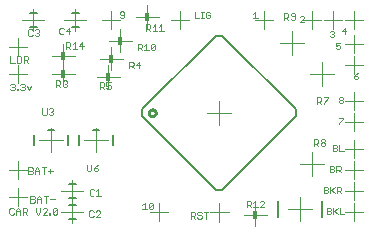
<source format=gto>
G75*
%MOIN*%
%OFA0B0*%
%FSLAX25Y25*%
%IPPOS*%
%LPD*%
%AMOC8*
5,1,8,0,0,1.08239X$1,22.5*
%
%ADD10C,0.00200*%
%ADD11R,0.01800X0.03000*%
%ADD12C,0.00000*%
%ADD13C,0.00600*%
%ADD14C,0.00800*%
%ADD15C,0.01000*%
D10*
X0004916Y0007600D02*
X0005650Y0007600D01*
X0006017Y0007967D01*
X0006759Y0007600D02*
X0006759Y0009068D01*
X0007493Y0009802D01*
X0008227Y0009068D01*
X0008227Y0007600D01*
X0008969Y0007600D02*
X0008969Y0009802D01*
X0010070Y0009802D01*
X0010436Y0009435D01*
X0010436Y0008701D01*
X0010070Y0008334D01*
X0008969Y0008334D01*
X0009703Y0008334D02*
X0010436Y0007600D01*
X0008227Y0008701D02*
X0006759Y0008701D01*
X0006017Y0009435D02*
X0005650Y0009802D01*
X0004916Y0009802D01*
X0004549Y0009435D01*
X0004549Y0007967D01*
X0004916Y0007600D01*
X0011549Y0011600D02*
X0012650Y0011600D01*
X0013017Y0011967D01*
X0013017Y0012334D01*
X0012650Y0012701D01*
X0011549Y0012701D01*
X0012650Y0012701D02*
X0013017Y0013068D01*
X0013017Y0013435D01*
X0012650Y0013802D01*
X0011549Y0013802D01*
X0011549Y0011600D01*
X0013759Y0011600D02*
X0013759Y0013068D01*
X0014493Y0013802D01*
X0015227Y0013068D01*
X0015227Y0011600D01*
X0015227Y0012701D02*
X0013759Y0012701D01*
X0015969Y0013802D02*
X0017436Y0013802D01*
X0016703Y0013802D02*
X0016703Y0011600D01*
X0016699Y0009802D02*
X0015965Y0009802D01*
X0015598Y0009435D01*
X0014856Y0009802D02*
X0014856Y0008334D01*
X0014122Y0007600D01*
X0013388Y0008334D01*
X0013388Y0009802D01*
X0015598Y0007600D02*
X0017066Y0009068D01*
X0017066Y0009435D01*
X0016699Y0009802D01*
X0017808Y0007967D02*
X0018175Y0007967D01*
X0018175Y0007600D01*
X0017808Y0007600D01*
X0017808Y0007967D01*
X0017066Y0007600D02*
X0015598Y0007600D01*
X0018913Y0007967D02*
X0020381Y0009435D01*
X0020381Y0007967D01*
X0020014Y0007600D01*
X0019280Y0007600D01*
X0018913Y0007967D01*
X0018913Y0009435D01*
X0019280Y0009802D01*
X0020014Y0009802D01*
X0020381Y0009435D01*
X0019646Y0012701D02*
X0018178Y0012701D01*
X0015977Y0021079D02*
X0015977Y0023281D01*
X0015243Y0023281D02*
X0016711Y0023281D01*
X0017453Y0022180D02*
X0018921Y0022180D01*
X0018187Y0022914D02*
X0018187Y0021446D01*
X0014501Y0021079D02*
X0014501Y0022547D01*
X0013767Y0023281D01*
X0013033Y0022547D01*
X0013033Y0021079D01*
X0012291Y0021446D02*
X0011924Y0021079D01*
X0010823Y0021079D01*
X0010823Y0023281D01*
X0011924Y0023281D01*
X0012291Y0022914D01*
X0012291Y0022547D01*
X0011924Y0022180D01*
X0010823Y0022180D01*
X0011924Y0022180D02*
X0012291Y0021813D01*
X0012291Y0021446D01*
X0013033Y0022180D02*
X0014501Y0022180D01*
X0030359Y0022379D02*
X0030726Y0022012D01*
X0031460Y0022012D01*
X0031827Y0022379D01*
X0031827Y0024214D01*
X0032569Y0023113D02*
X0033670Y0023113D01*
X0034037Y0022746D01*
X0034037Y0022379D01*
X0033670Y0022012D01*
X0032936Y0022012D01*
X0032569Y0022379D01*
X0032569Y0023113D01*
X0033303Y0023847D01*
X0034037Y0024214D01*
X0030359Y0024214D02*
X0030359Y0022379D01*
X0031616Y0016080D02*
X0031249Y0015713D01*
X0031249Y0014245D01*
X0031616Y0013878D01*
X0032350Y0013878D01*
X0032717Y0014245D01*
X0033459Y0013878D02*
X0034927Y0013878D01*
X0034193Y0013878D02*
X0034193Y0016080D01*
X0033459Y0015346D01*
X0032717Y0015713D02*
X0032350Y0016080D01*
X0031616Y0016080D01*
X0031489Y0008962D02*
X0031122Y0008595D01*
X0031122Y0007128D01*
X0031489Y0006761D01*
X0032223Y0006761D01*
X0032590Y0007128D01*
X0033332Y0006761D02*
X0034800Y0008228D01*
X0034800Y0008595D01*
X0034433Y0008962D01*
X0033699Y0008962D01*
X0033332Y0008595D01*
X0032590Y0008595D02*
X0032223Y0008962D01*
X0031489Y0008962D01*
X0033332Y0006761D02*
X0034800Y0006761D01*
X0048843Y0009379D02*
X0050311Y0009379D01*
X0049577Y0009379D02*
X0049577Y0011581D01*
X0048843Y0010847D01*
X0051053Y0011214D02*
X0051420Y0011581D01*
X0052154Y0011581D01*
X0052521Y0011214D01*
X0051053Y0009746D01*
X0051420Y0009379D01*
X0052154Y0009379D01*
X0052521Y0009746D01*
X0052521Y0011214D01*
X0051053Y0011214D02*
X0051053Y0009746D01*
X0064932Y0008454D02*
X0064932Y0006252D01*
X0064932Y0006986D02*
X0066033Y0006986D01*
X0066400Y0007353D01*
X0066400Y0008087D01*
X0066033Y0008454D01*
X0064932Y0008454D01*
X0065666Y0006986D02*
X0066400Y0006252D01*
X0067142Y0006619D02*
X0067509Y0006252D01*
X0068243Y0006252D01*
X0068610Y0006619D01*
X0068610Y0006986D01*
X0068243Y0007353D01*
X0067509Y0007353D01*
X0067142Y0007720D01*
X0067142Y0008087D01*
X0067509Y0008454D01*
X0068243Y0008454D01*
X0068610Y0008087D01*
X0069352Y0008454D02*
X0070820Y0008454D01*
X0070086Y0008454D02*
X0070086Y0006252D01*
X0083592Y0010065D02*
X0083592Y0012267D01*
X0084693Y0012267D01*
X0085060Y0011900D01*
X0085060Y0011166D01*
X0084693Y0010799D01*
X0083592Y0010799D01*
X0084326Y0010799D02*
X0085060Y0010065D01*
X0085802Y0010065D02*
X0087270Y0010065D01*
X0086536Y0010065D02*
X0086536Y0012267D01*
X0085802Y0011533D01*
X0088012Y0011900D02*
X0088379Y0012267D01*
X0089113Y0012267D01*
X0089480Y0011900D01*
X0089480Y0011533D01*
X0088012Y0010065D01*
X0089480Y0010065D01*
X0109284Y0014621D02*
X0110385Y0014621D01*
X0110752Y0014988D01*
X0110752Y0015355D01*
X0110385Y0015722D01*
X0109284Y0015722D01*
X0109284Y0014621D02*
X0109284Y0016823D01*
X0110385Y0016823D01*
X0110752Y0016456D01*
X0110752Y0016089D01*
X0110385Y0015722D01*
X0111494Y0015355D02*
X0112962Y0016823D01*
X0113704Y0016823D02*
X0113704Y0014621D01*
X0113704Y0015355D02*
X0114805Y0015355D01*
X0115172Y0015722D01*
X0115172Y0016456D01*
X0114805Y0016823D01*
X0113704Y0016823D01*
X0114438Y0015355D02*
X0115172Y0014621D01*
X0112962Y0014621D02*
X0111861Y0015722D01*
X0111494Y0016823D02*
X0111494Y0014621D01*
X0111385Y0009823D02*
X0111752Y0009456D01*
X0111752Y0009089D01*
X0111385Y0008722D01*
X0110284Y0008722D01*
X0110284Y0007621D02*
X0111385Y0007621D01*
X0111752Y0007988D01*
X0111752Y0008355D01*
X0111385Y0008722D01*
X0111385Y0009823D02*
X0110284Y0009823D01*
X0110284Y0007621D01*
X0112494Y0007621D02*
X0112494Y0009823D01*
X0112861Y0008722D02*
X0113962Y0007621D01*
X0114704Y0007621D02*
X0116172Y0007621D01*
X0114704Y0007621D02*
X0114704Y0009823D01*
X0113962Y0009823D02*
X0112494Y0008355D01*
X0112385Y0021621D02*
X0111284Y0021621D01*
X0111284Y0023823D01*
X0112385Y0023823D01*
X0112752Y0023456D01*
X0112752Y0023089D01*
X0112385Y0022722D01*
X0111284Y0022722D01*
X0112385Y0022722D02*
X0112752Y0022355D01*
X0112752Y0021988D01*
X0112385Y0021621D01*
X0113494Y0021621D02*
X0113494Y0023823D01*
X0114595Y0023823D01*
X0114962Y0023456D01*
X0114962Y0022722D01*
X0114595Y0022355D01*
X0113494Y0022355D01*
X0114228Y0022355D02*
X0114962Y0021621D01*
X0114494Y0028621D02*
X0115962Y0028621D01*
X0114494Y0028621D02*
X0114494Y0030823D01*
X0113752Y0030456D02*
X0113752Y0030089D01*
X0113385Y0029722D01*
X0112284Y0029722D01*
X0112284Y0028621D02*
X0112284Y0030823D01*
X0113385Y0030823D01*
X0113752Y0030456D01*
X0113385Y0029722D02*
X0113752Y0029355D01*
X0113752Y0028988D01*
X0113385Y0028621D01*
X0112284Y0028621D01*
X0109740Y0030897D02*
X0109373Y0030530D01*
X0108640Y0030530D01*
X0108273Y0030897D01*
X0108273Y0031264D01*
X0108640Y0031631D01*
X0109373Y0031631D01*
X0109740Y0031264D01*
X0109740Y0030897D01*
X0109373Y0031631D02*
X0109740Y0031998D01*
X0109740Y0032365D01*
X0109373Y0032732D01*
X0108640Y0032732D01*
X0108273Y0032365D01*
X0108273Y0031998D01*
X0108640Y0031631D01*
X0107531Y0031631D02*
X0107164Y0031264D01*
X0106063Y0031264D01*
X0106797Y0031264D02*
X0107531Y0030530D01*
X0107531Y0031631D02*
X0107531Y0032365D01*
X0107164Y0032732D01*
X0106063Y0032732D01*
X0106063Y0030530D01*
X0114284Y0037621D02*
X0114284Y0037988D01*
X0115752Y0039456D01*
X0115752Y0039823D01*
X0114284Y0039823D01*
X0114651Y0044621D02*
X0114284Y0044988D01*
X0114284Y0045355D01*
X0114651Y0045722D01*
X0115385Y0045722D01*
X0115752Y0045355D01*
X0115752Y0044988D01*
X0115385Y0044621D01*
X0114651Y0044621D01*
X0114651Y0045722D02*
X0114284Y0046089D01*
X0114284Y0046456D01*
X0114651Y0046823D01*
X0115385Y0046823D01*
X0115752Y0046456D01*
X0115752Y0046089D01*
X0115385Y0045722D01*
X0110740Y0046365D02*
X0109273Y0044897D01*
X0109273Y0044530D01*
X0108531Y0044530D02*
X0107797Y0045264D01*
X0108164Y0045264D02*
X0107063Y0045264D01*
X0107063Y0044530D02*
X0107063Y0046732D01*
X0108164Y0046732D01*
X0108531Y0046365D01*
X0108531Y0045631D01*
X0108164Y0045264D01*
X0109273Y0046732D02*
X0110740Y0046732D01*
X0110740Y0046365D01*
X0119284Y0052988D02*
X0119651Y0052621D01*
X0120385Y0052621D01*
X0120752Y0052988D01*
X0120752Y0053355D01*
X0120385Y0053722D01*
X0119284Y0053722D01*
X0119284Y0052988D01*
X0119284Y0053722D02*
X0120018Y0054456D01*
X0120752Y0054823D01*
X0114385Y0062621D02*
X0113651Y0062621D01*
X0113284Y0062988D01*
X0113284Y0063722D02*
X0114018Y0064089D01*
X0114385Y0064089D01*
X0114752Y0063722D01*
X0114752Y0062988D01*
X0114385Y0062621D01*
X0113284Y0063722D02*
X0113284Y0064823D01*
X0114752Y0064823D01*
X0112752Y0066988D02*
X0112752Y0067355D01*
X0112385Y0067722D01*
X0112018Y0067722D01*
X0112385Y0067722D02*
X0112752Y0068089D01*
X0112752Y0068456D01*
X0112385Y0068823D01*
X0111651Y0068823D01*
X0111284Y0068456D01*
X0111284Y0066988D02*
X0111651Y0066621D01*
X0112385Y0066621D01*
X0112752Y0066988D01*
X0115284Y0068722D02*
X0116752Y0068722D01*
X0116385Y0067621D02*
X0116385Y0069823D01*
X0115284Y0068722D01*
X0102752Y0071621D02*
X0101284Y0071621D01*
X0102752Y0073089D01*
X0102752Y0073456D01*
X0102385Y0073823D01*
X0101651Y0073823D01*
X0101284Y0073456D01*
X0099740Y0073631D02*
X0098640Y0073631D01*
X0098273Y0073998D01*
X0098273Y0074365D01*
X0098640Y0074732D01*
X0099373Y0074732D01*
X0099740Y0074365D01*
X0099740Y0072897D01*
X0099373Y0072530D01*
X0098640Y0072530D01*
X0098273Y0072897D01*
X0097531Y0072530D02*
X0096797Y0073264D01*
X0097164Y0073264D02*
X0096063Y0073264D01*
X0096063Y0072530D02*
X0096063Y0074732D01*
X0097164Y0074732D01*
X0097531Y0074365D01*
X0097531Y0073631D01*
X0097164Y0073264D01*
X0087265Y0072976D02*
X0085797Y0072976D01*
X0086531Y0072976D02*
X0086531Y0075178D01*
X0085797Y0074444D01*
X0071465Y0074811D02*
X0071098Y0075178D01*
X0070364Y0075178D01*
X0069997Y0074811D01*
X0069997Y0073343D01*
X0070364Y0072976D01*
X0071098Y0072976D01*
X0071465Y0073343D01*
X0071465Y0074077D01*
X0070731Y0074077D01*
X0069257Y0075178D02*
X0068523Y0075178D01*
X0068890Y0075178D02*
X0068890Y0072976D01*
X0068523Y0072976D02*
X0069257Y0072976D01*
X0067781Y0072976D02*
X0066314Y0072976D01*
X0066314Y0075178D01*
X0055205Y0070984D02*
X0055205Y0068782D01*
X0054471Y0068782D02*
X0055939Y0068782D01*
X0054471Y0070250D02*
X0055205Y0070984D01*
X0052995Y0070984D02*
X0052995Y0068782D01*
X0052262Y0068782D02*
X0053729Y0068782D01*
X0052262Y0070250D02*
X0052995Y0070984D01*
X0051520Y0070617D02*
X0051520Y0069883D01*
X0051153Y0069516D01*
X0050052Y0069516D01*
X0050786Y0069516D02*
X0051520Y0068782D01*
X0050052Y0068782D02*
X0050052Y0070984D01*
X0051153Y0070984D01*
X0051520Y0070617D01*
X0052043Y0064502D02*
X0052777Y0064502D01*
X0053144Y0064135D01*
X0051676Y0062667D01*
X0052043Y0062300D01*
X0052777Y0062300D01*
X0053144Y0062667D01*
X0053144Y0064135D01*
X0052043Y0064502D02*
X0051676Y0064135D01*
X0051676Y0062667D01*
X0050934Y0062300D02*
X0049467Y0062300D01*
X0050200Y0062300D02*
X0050200Y0064502D01*
X0049467Y0063768D01*
X0048725Y0063401D02*
X0048358Y0063034D01*
X0047257Y0063034D01*
X0047991Y0063034D02*
X0048725Y0062300D01*
X0048725Y0063401D02*
X0048725Y0064135D01*
X0048358Y0064502D01*
X0047257Y0064502D01*
X0047257Y0062300D01*
X0047772Y0058529D02*
X0046671Y0057428D01*
X0048139Y0057428D01*
X0047772Y0056327D02*
X0047772Y0058529D01*
X0045930Y0058162D02*
X0045930Y0057428D01*
X0045563Y0057061D01*
X0044462Y0057061D01*
X0045196Y0057061D02*
X0045930Y0056327D01*
X0044462Y0056327D02*
X0044462Y0058529D01*
X0045563Y0058529D01*
X0045930Y0058162D01*
X0038357Y0051666D02*
X0036889Y0051666D01*
X0036889Y0050565D01*
X0037623Y0050932D01*
X0037990Y0050932D01*
X0038357Y0050565D01*
X0038357Y0049831D01*
X0037990Y0049464D01*
X0037256Y0049464D01*
X0036889Y0049831D01*
X0036147Y0049464D02*
X0035413Y0050198D01*
X0035780Y0050198D02*
X0034679Y0050198D01*
X0034679Y0049464D02*
X0034679Y0051666D01*
X0035780Y0051666D01*
X0036147Y0051299D01*
X0036147Y0050565D01*
X0035780Y0050198D01*
X0023747Y0050466D02*
X0023380Y0050099D01*
X0022646Y0050099D01*
X0022279Y0050466D01*
X0021537Y0050099D02*
X0020803Y0050833D01*
X0021170Y0050833D02*
X0020069Y0050833D01*
X0020069Y0050099D02*
X0020069Y0052301D01*
X0021170Y0052301D01*
X0021537Y0051934D01*
X0021537Y0051200D01*
X0021170Y0050833D01*
X0022279Y0051934D02*
X0022646Y0052301D01*
X0023380Y0052301D01*
X0023747Y0051934D01*
X0023747Y0051567D01*
X0023380Y0051200D01*
X0023747Y0050833D01*
X0023747Y0050466D01*
X0023380Y0051200D02*
X0023013Y0051200D01*
X0018806Y0043023D02*
X0019173Y0042656D01*
X0019173Y0042289D01*
X0018806Y0041922D01*
X0019173Y0041555D01*
X0019173Y0041188D01*
X0018806Y0040821D01*
X0018072Y0040821D01*
X0017705Y0041188D01*
X0016963Y0041188D02*
X0016963Y0043023D01*
X0017705Y0042656D02*
X0018072Y0043023D01*
X0018806Y0043023D01*
X0018806Y0041922D02*
X0018439Y0041922D01*
X0016963Y0041188D02*
X0016596Y0040821D01*
X0015862Y0040821D01*
X0015495Y0041188D01*
X0015495Y0043023D01*
X0011082Y0048955D02*
X0011816Y0050423D01*
X0010348Y0050423D02*
X0011082Y0048955D01*
X0009606Y0049322D02*
X0009239Y0048955D01*
X0008505Y0048955D01*
X0008138Y0049322D01*
X0007400Y0049322D02*
X0007400Y0048955D01*
X0007033Y0048955D01*
X0007033Y0049322D01*
X0007400Y0049322D01*
X0006291Y0049322D02*
X0005924Y0048955D01*
X0005190Y0048955D01*
X0004823Y0049322D01*
X0005557Y0050056D02*
X0005924Y0050056D01*
X0006291Y0049689D01*
X0006291Y0049322D01*
X0005924Y0050056D02*
X0006291Y0050423D01*
X0006291Y0050790D01*
X0005924Y0051157D01*
X0005190Y0051157D01*
X0004823Y0050790D01*
X0008138Y0050790D02*
X0008505Y0051157D01*
X0009239Y0051157D01*
X0009606Y0050790D01*
X0009606Y0050423D01*
X0009239Y0050056D01*
X0009606Y0049689D01*
X0009606Y0049322D01*
X0009239Y0050056D02*
X0008872Y0050056D01*
X0009243Y0058233D02*
X0009243Y0060435D01*
X0010344Y0060435D01*
X0010711Y0060068D01*
X0010711Y0059334D01*
X0010344Y0058967D01*
X0009243Y0058967D01*
X0009977Y0058967D02*
X0010711Y0058233D01*
X0008501Y0058600D02*
X0008501Y0060068D01*
X0008134Y0060435D01*
X0007033Y0060435D01*
X0007033Y0058233D01*
X0008134Y0058233D01*
X0008501Y0058600D01*
X0006291Y0058233D02*
X0004823Y0058233D01*
X0004823Y0060435D01*
X0011161Y0067130D02*
X0011895Y0067130D01*
X0012262Y0067497D01*
X0013004Y0067497D02*
X0013371Y0067130D01*
X0014105Y0067130D01*
X0014472Y0067497D01*
X0014472Y0067864D01*
X0014105Y0068231D01*
X0013738Y0068231D01*
X0014105Y0068231D02*
X0014472Y0068598D01*
X0014472Y0068965D01*
X0014105Y0069332D01*
X0013371Y0069332D01*
X0013004Y0068965D01*
X0012262Y0068965D02*
X0011895Y0069332D01*
X0011161Y0069332D01*
X0010794Y0068965D01*
X0010794Y0067497D01*
X0011161Y0067130D01*
X0021212Y0068005D02*
X0021579Y0067638D01*
X0022313Y0067638D01*
X0022680Y0068005D01*
X0023422Y0068739D02*
X0024890Y0068739D01*
X0024523Y0067638D02*
X0024523Y0069840D01*
X0023422Y0068739D01*
X0022680Y0069473D02*
X0022313Y0069840D01*
X0021579Y0069840D01*
X0021212Y0069473D01*
X0021212Y0068005D01*
X0023372Y0065010D02*
X0024473Y0065010D01*
X0024840Y0064643D01*
X0024840Y0063909D01*
X0024473Y0063543D01*
X0023372Y0063543D01*
X0024106Y0063543D02*
X0024840Y0062809D01*
X0025582Y0062809D02*
X0027050Y0062809D01*
X0026316Y0062809D02*
X0026316Y0065010D01*
X0025582Y0064276D01*
X0027792Y0063909D02*
X0029260Y0063909D01*
X0028893Y0062809D02*
X0028893Y0065010D01*
X0027792Y0063909D01*
X0023372Y0062809D02*
X0023372Y0065010D01*
X0041285Y0073470D02*
X0041652Y0073103D01*
X0042386Y0073103D01*
X0042753Y0073470D01*
X0042753Y0074938D01*
X0042386Y0075305D01*
X0041652Y0075305D01*
X0041285Y0074938D01*
X0041285Y0074571D01*
X0041652Y0074204D01*
X0042753Y0074204D01*
D11*
X0050449Y0073500D03*
X0041449Y0065500D03*
X0038449Y0059500D03*
X0037449Y0053500D03*
X0022449Y0054500D03*
X0022449Y0060500D03*
X0086449Y0007500D03*
D12*
X0082571Y0007500D02*
X0090327Y0007500D01*
X0086449Y0003622D02*
X0086449Y0011378D01*
X0097449Y0009500D02*
X0105449Y0009500D01*
X0101449Y0005500D02*
X0101449Y0013500D01*
X0105449Y0020500D02*
X0105449Y0028500D01*
X0101449Y0024500D02*
X0109449Y0024500D01*
X0116355Y0022500D02*
X0122543Y0022500D01*
X0119449Y0019406D02*
X0119449Y0025594D01*
X0119449Y0026406D02*
X0119449Y0032594D01*
X0119449Y0035406D02*
X0119449Y0041594D01*
X0119449Y0042406D02*
X0119449Y0048594D01*
X0116355Y0045500D02*
X0122543Y0045500D01*
X0122543Y0038500D02*
X0116355Y0038500D01*
X0116355Y0029500D02*
X0122543Y0029500D01*
X0119449Y0018594D02*
X0119449Y0012406D01*
X0119449Y0011594D02*
X0119449Y0005406D01*
X0116355Y0008500D02*
X0122543Y0008500D01*
X0122543Y0015500D02*
X0116355Y0015500D01*
X0078449Y0041500D02*
X0070449Y0041500D01*
X0074449Y0037500D02*
X0074449Y0045500D01*
X0094703Y0064881D02*
X0102703Y0064881D01*
X0105449Y0069406D02*
X0105449Y0075594D01*
X0102355Y0072500D02*
X0108543Y0072500D01*
X0109355Y0072500D02*
X0115543Y0072500D01*
X0116355Y0072500D02*
X0122543Y0072500D01*
X0119449Y0069406D02*
X0119449Y0075594D01*
X0112449Y0075594D02*
X0112449Y0069406D01*
X0116355Y0064500D02*
X0122543Y0064500D01*
X0119449Y0061406D02*
X0119449Y0067594D01*
X0119449Y0060594D02*
X0119449Y0054406D01*
X0116355Y0057500D02*
X0122543Y0057500D01*
X0112576Y0054500D02*
X0104576Y0054500D01*
X0108576Y0050500D02*
X0108576Y0058500D01*
X0098703Y0060881D02*
X0098703Y0068881D01*
X0092543Y0072500D02*
X0086355Y0072500D01*
X0089449Y0069406D02*
X0089449Y0075594D01*
X0064543Y0072500D02*
X0058355Y0072500D01*
X0054327Y0073500D02*
X0046571Y0073500D01*
X0041543Y0072500D02*
X0035355Y0072500D01*
X0038449Y0069406D02*
X0038449Y0075594D01*
X0041449Y0069378D02*
X0041449Y0061622D01*
X0042327Y0059500D02*
X0034571Y0059500D01*
X0037449Y0057378D02*
X0037449Y0049622D01*
X0033571Y0053500D02*
X0041327Y0053500D01*
X0038449Y0055622D02*
X0038449Y0063378D01*
X0037571Y0065500D02*
X0045327Y0065500D01*
X0050449Y0069622D02*
X0050449Y0077378D01*
X0061449Y0075594D02*
X0061449Y0069406D01*
X0030222Y0072500D02*
X0022676Y0072500D01*
X0026449Y0068727D02*
X0026449Y0076273D01*
X0016222Y0072500D02*
X0008676Y0072500D01*
X0012449Y0068727D02*
X0012449Y0076273D01*
X0007449Y0066594D02*
X0007449Y0060406D01*
X0007449Y0057594D02*
X0007449Y0051406D01*
X0004355Y0054500D02*
X0010543Y0054500D01*
X0018571Y0054500D02*
X0026327Y0054500D01*
X0022449Y0056622D02*
X0022449Y0064378D01*
X0018571Y0060500D02*
X0026327Y0060500D01*
X0022449Y0058378D02*
X0022449Y0050622D01*
X0018449Y0036500D02*
X0018449Y0028500D01*
X0014449Y0032500D02*
X0022449Y0032500D01*
X0029449Y0032500D02*
X0037449Y0032500D01*
X0033449Y0028500D02*
X0033449Y0036500D01*
X0025449Y0019273D02*
X0025449Y0011727D01*
X0025449Y0012273D02*
X0025449Y0004727D01*
X0021676Y0008500D02*
X0029222Y0008500D01*
X0029222Y0015500D02*
X0021676Y0015500D01*
X0010543Y0013500D02*
X0004355Y0013500D01*
X0007449Y0010406D02*
X0007449Y0016594D01*
X0007449Y0019406D02*
X0007449Y0025594D01*
X0004355Y0022500D02*
X0010543Y0022500D01*
X0051355Y0008500D02*
X0057543Y0008500D01*
X0054449Y0005406D02*
X0054449Y0011594D01*
X0071460Y0008288D02*
X0077649Y0008288D01*
X0074555Y0005194D02*
X0074555Y0011383D01*
X0010543Y0063500D02*
X0004355Y0063500D01*
D13*
X0011268Y0070138D02*
X0013630Y0070138D01*
X0013630Y0074862D02*
X0011268Y0074862D01*
X0025268Y0074862D02*
X0027630Y0074862D01*
X0027630Y0070138D02*
X0025268Y0070138D01*
X0024268Y0017862D02*
X0026630Y0017862D01*
X0026630Y0013138D02*
X0024268Y0013138D01*
X0024268Y0010862D02*
X0026630Y0010862D01*
X0026630Y0006138D02*
X0024268Y0006138D01*
D14*
X0024049Y0030809D02*
X0024049Y0034191D01*
X0027849Y0034191D02*
X0027849Y0030809D01*
X0032392Y0035691D02*
X0034506Y0035691D01*
X0039049Y0034191D02*
X0039049Y0030809D01*
X0048837Y0040386D02*
X0073335Y0015888D01*
X0075562Y0015888D01*
X0100061Y0040386D01*
X0100061Y0042614D01*
X0075562Y0067112D01*
X0073335Y0067112D01*
X0048837Y0042614D01*
X0048837Y0040386D01*
X0019506Y0035691D02*
X0017392Y0035691D01*
X0012849Y0034191D02*
X0012849Y0030809D01*
X0094082Y0012019D02*
X0094082Y0006901D01*
X0108845Y0006901D02*
X0108845Y0012019D01*
D15*
X0051065Y0041500D02*
X0051067Y0041567D01*
X0051073Y0041633D01*
X0051083Y0041699D01*
X0051097Y0041764D01*
X0051114Y0041828D01*
X0051136Y0041891D01*
X0051161Y0041953D01*
X0051190Y0042013D01*
X0051223Y0042071D01*
X0051258Y0042127D01*
X0051298Y0042181D01*
X0051340Y0042232D01*
X0051385Y0042281D01*
X0051433Y0042327D01*
X0051484Y0042370D01*
X0051537Y0042410D01*
X0051593Y0042447D01*
X0051651Y0042480D01*
X0051710Y0042510D01*
X0051771Y0042536D01*
X0051834Y0042559D01*
X0051898Y0042577D01*
X0051963Y0042592D01*
X0052029Y0042603D01*
X0052095Y0042610D01*
X0052161Y0042613D01*
X0052228Y0042612D01*
X0052294Y0042607D01*
X0052360Y0042598D01*
X0052426Y0042585D01*
X0052490Y0042568D01*
X0052553Y0042548D01*
X0052615Y0042523D01*
X0052676Y0042495D01*
X0052735Y0042464D01*
X0052791Y0042429D01*
X0052846Y0042391D01*
X0052898Y0042349D01*
X0052947Y0042304D01*
X0052994Y0042257D01*
X0053038Y0042207D01*
X0053078Y0042154D01*
X0053116Y0042099D01*
X0053150Y0042042D01*
X0053181Y0041983D01*
X0053208Y0041922D01*
X0053231Y0041860D01*
X0053251Y0041796D01*
X0053267Y0041731D01*
X0053279Y0041666D01*
X0053287Y0041600D01*
X0053291Y0041533D01*
X0053291Y0041467D01*
X0053287Y0041400D01*
X0053279Y0041334D01*
X0053267Y0041269D01*
X0053251Y0041204D01*
X0053231Y0041140D01*
X0053208Y0041078D01*
X0053181Y0041017D01*
X0053150Y0040958D01*
X0053116Y0040901D01*
X0053078Y0040846D01*
X0053038Y0040793D01*
X0052994Y0040743D01*
X0052947Y0040696D01*
X0052898Y0040651D01*
X0052846Y0040609D01*
X0052791Y0040571D01*
X0052734Y0040536D01*
X0052676Y0040505D01*
X0052615Y0040477D01*
X0052553Y0040452D01*
X0052490Y0040432D01*
X0052426Y0040415D01*
X0052360Y0040402D01*
X0052294Y0040393D01*
X0052228Y0040388D01*
X0052161Y0040387D01*
X0052095Y0040390D01*
X0052029Y0040397D01*
X0051963Y0040408D01*
X0051898Y0040423D01*
X0051834Y0040441D01*
X0051771Y0040464D01*
X0051710Y0040490D01*
X0051651Y0040520D01*
X0051593Y0040553D01*
X0051537Y0040590D01*
X0051484Y0040630D01*
X0051433Y0040673D01*
X0051385Y0040719D01*
X0051340Y0040768D01*
X0051298Y0040819D01*
X0051258Y0040873D01*
X0051223Y0040929D01*
X0051190Y0040987D01*
X0051161Y0041047D01*
X0051136Y0041109D01*
X0051114Y0041172D01*
X0051097Y0041236D01*
X0051083Y0041301D01*
X0051073Y0041367D01*
X0051067Y0041433D01*
X0051065Y0041500D01*
M02*

</source>
